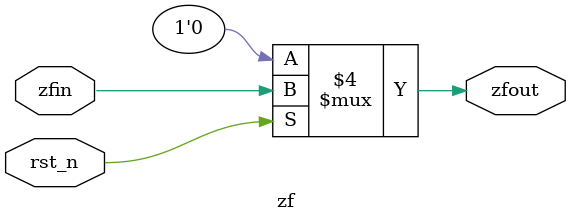
<source format=v>
module zf(rst_n, zfin, zfout);
	input wire rst_n;
	input wire zfin;
	output reg zfout;

always @(*) begin
	if(!rst_n)begin
		zfout <= 0;
	end else begin
		zfout <= zfin;
	end
end

endmodule

</source>
